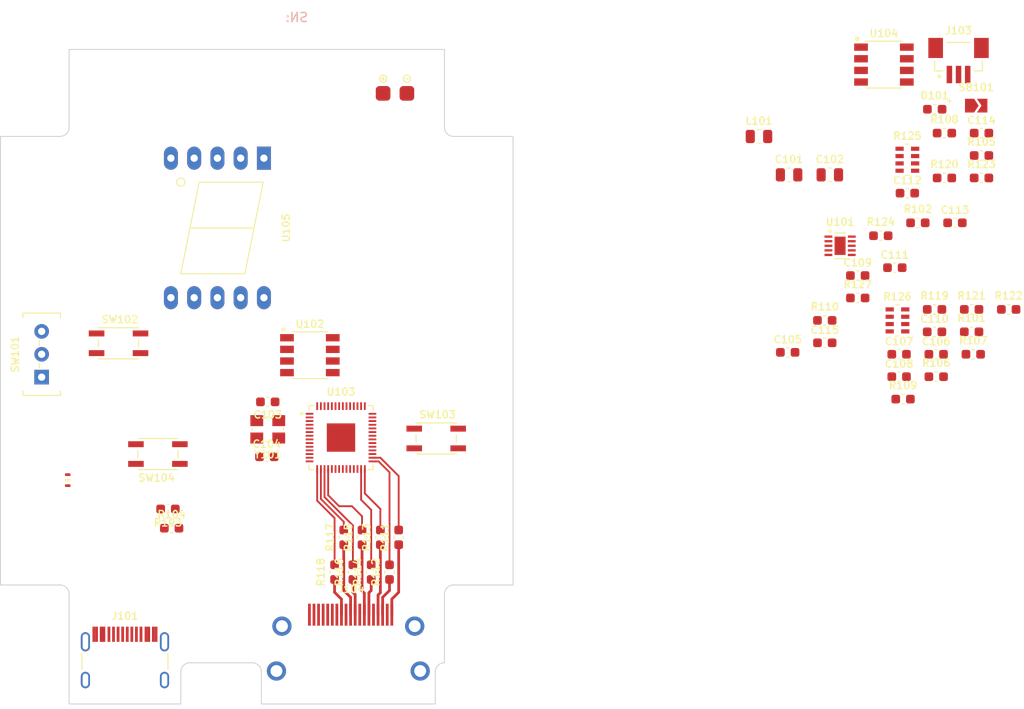
<source format=kicad_pcb>
(kicad_pcb (version 20211014) (generator pcbnew)
  (layers (0 "F.Cu" signal) (31 "B.Cu" signal) (34 "B.Paste" user) (35 "F.Paste" user) (36 "B.SilkS" user "B.Silkscreen") (37 "F.SilkS" user "F.Silkscreen") (38 "B.Mask" user) (39 "F.Mask" user) (44 "Edge.Cuts" user))
  (net 0 "")
  (net 1 "VCC")
  (net 2 "GND")
  (net 3 "+3V3")
  (net 4 "/XIN")
  (net 5 "Net-(C104-Pad1)")
  (net 6 "+1V1")
  (net 7 "/ADC_AVDD")
  (net 8 "Net-(D101-Pad2)")
  (net 9 "+5VA")
  (net 10 "Net-(J101-PadA5)")
  (net 11 "Net-(J101-PadA6)")
  (net 12 "Net-(J101-PadA7)")
  (net 14 "Net-(J101-PadB5)")
  (net 16 "+BATT")
  (net 17 "/SWCLK")
  (net 18 "/SWDIO")
  (net 19 "Net-(J104-Pad1)")
  (net 20 "Net-(J104-Pad3)")
  (net 21 "Net-(J104-Pad4)")
  (net 22 "Net-(J104-Pad6)")
  (net 23 "Net-(J104-Pad7)")
  (net 24 "Net-(J104-Pad9)")
  (net 25 "Net-(J104-Pad10)")
  (net 26 "Net-(J104-Pad12)")
  (net 29 "Net-(J104-Pad15)")
  (net 30 "Net-(J104-Pad16)")
  (net 31 "Net-(J104-Pad18)")
  (net 32 "Net-(J104-Pad19)")
  (net 33 "Net-(L101-Pad1)")
  (net 34 "Net-(L101-Pad2)")
  (net 35 "/USB_DM")
  (net 36 "/USB_DP")
  (net 37 "/XOUT")
  (net 38 "Net-(R107-Pad1)")
  (net 39 "/QSPI_SS")
  (net 40 "Net-(R108-Pad1)")
  (net 41 "/RUN")
  (net 42 "/ADC_VREF")
  (net 43 "/DVI_D2+")
  (net 44 "/DVI_D2-")
  (net 45 "/DVI_D1+")
  (net 46 "/DVI_D1-")
  (net 47 "/DVI_D0+")
  (net 48 "/DVI_D0-")
  (net 49 "/DVI_CK+")
  (net 50 "/DVI_CK-")
  (net 51 "/DVI_SDA")
  (net 52 "/DVI_SCL")
  (net 53 "/DVI_HPD")
  (net 54 "/GPIO9")
  (net 55 "/GPIO8")
  (net 56 "/GPIO7")
  (net 57 "/GPIO6")
  (net 58 "/SEG_A")
  (net 59 "/SEG_B")
  (net 60 "/SEG_DP")
  (net 61 "/SEG_C")
  (net 62 "/GPIO5")
  (net 63 "/GPIO4")
  (net 64 "/GPIO3")
  (net 65 "/GPIO2")
  (net 66 "/SEG_D")
  (net 67 "/SEG_E")
  (net 68 "/SEG_G")
  (net 69 "/SEG_F")
  (net 70 "/GPIO25")
  (net 71 "/GPIO10")
  (net 72 "/QSPI_SD1")
  (net 73 "/QSPI_SD2")
  (net 74 "/QSPI_SD0")
  (net 75 "/QSPI_SCLK")
  (net 76 "/QSPI_SD3")
  (footprint "00_custom_lib:R_1608m" (layer "F.Cu") (at 68.7 102.3)
    (fp_text reference "R104")
    (fp_text value "R_1608m")
  )
  (footprint "00_custom_lib:jumper_2pole_solder" (layer "F.Cu") (at 156.59 56.14)
    (fp_text reference "SB101")
    (fp_text value "jumper_2pole_solder")
  )
  (footprint "00_custom_lib:SKRPABE010_hand" (layer "F.Cu") (at 62.9 82.1)
    (fp_text reference "SW102")
    (fp_text value "SKRPABE010")
  )
  (footprint "00_custom_lib:5077CR-16SMC2-BK-TR_hand" (layer "F.Cu") (at 63.6 118.8875)
    (fp_text reference "J101")
    (fp_text value "5077CR-16SMC2-BK-TR")
  )
  (footprint "00_custom_lib:R_1608m" (layer "F.Cu") (at 91.5 103.3 90)
    (fp_text reference "R113")
    (fp_text value "R_1608m")
  )
  (footprint "00_custom_lib:C_1608m" (layer "F.Cu") (at 147.7 73.84)
    (fp_text reference "C111")
    (fp_text value "C_1608m")
  )
  (footprint "00_custom_lib:C_1608m" (layer "F.Cu") (at 136 83.09)
    (fp_text reference "C105")
    (fp_text value "C_1608m")
  )
  (footprint "00_custom_lib:R_1608m" (layer "F.Cu") (at 87.5 103.3 90)
    (fp_text reference "R117")
    (fp_text value "R_1608m")
  )
  (footprint "00_custom_lib:R_1608m" (layer "F.Cu") (at 152.22 85.75)
    (fp_text reference "R106")
    (fp_text value "R_1608m")
  )
  (footprint "00_custom_lib:OSL10564-IB" (layer "F.Cu") (at 78.78 61.88 -90)
    (fp_text reference "U105")
    (fp_text value "OSL10564-IB")
  )
  (footprint "00_custom_lib:R_1608m" (layer "F.Cu") (at 93.5 103.3 90)
    (fp_text reference "R111")
    (fp_text value "R_1608m")
  )
  (footprint "00_custom_lib:C_1608m" (layer "F.Cu") (at 149.07 65.7)
    (fp_text reference "C112")
    (fp_text value "C_1608m")
  )
  (footprint "00_custom_lib:R_1608m" (layer "F.Cu") (at 150.22 68.94)
    (fp_text reference "R102")
    (fp_text value "R_1608m")
  )
  (footprint "00_custom_lib:C_1608m" (layer "F.Cu") (at 148.17 83.3)
    (fp_text reference "C107")
    (fp_text value "C_1608m")
  )
  (footprint "00_custom_lib:R_1608m" (layer "F.Cu") (at 68.3 100.2 180)
    (fp_text reference "R103")
    (fp_text value "R_1608m")
  )
  (footprint "00_custom_lib:SS12D01G4" (layer "F.Cu") (at 54.5 83.3 90)
    (fp_text reference "SW101")
    (fp_text value "SS12D01G4")
  )
  (footprint "00_custom_lib:R_1608m" (layer "F.Cu") (at 157.17 61.59)
    (fp_text reference "R105")
    (fp_text value "R_1608m")
  )
  (footprint "00_custom_lib:R_1608m" (layer "F.Cu") (at 143.65 77.15)
    (fp_text reference "R127")
    (fp_text value "R_1608m")
  )
  (footprint "00_custom_lib:R_1608m" (layer "F.Cu") (at 153.12 59.14)
    (fp_text reference "R108")
    (fp_text value "R_1608m")
  )
  (footprint "00_custom_lib:PCA9306D" (layer "F.Cu") (at 146.51 51.655)
    (fp_text reference "U104")
    (fp_text value "PCA9306D")
  )
  (footprint "00_custom_lib:C_1608m" (layer "F.Cu") (at 154.27 68.94)
    (fp_text reference "C113")
    (fp_text value "C_1608m")
  )
  (footprint "00_custom_lib:R_1608m" (layer "F.Cu") (at 92.5 107.1 90)
    (fp_text reference "R112")
    (fp_text value "R_1608m")
  )
  (footprint "00_custom_lib:742C083101JP" (layer "F.Cu") (at 149.07 62.05)
    (fp_text reference "R125")
    (fp_text value "742C083101JP")
  )
  (footprint "00_custom_lib:R_1608m" (layer "F.Cu") (at 156.27 83.3)
    (fp_text reference "R107")
    (fp_text value "R_1608m")
  )
  (footprint "00_custom_lib:R_1608m" (layer "F.Cu") (at 89.5 103.3 90)
    (fp_text reference "R115")
    (fp_text value "R_1608m")
  )
  (footprint "00_custom_lib:C_1608m" (layer "F.Cu") (at 157.17 59.14)
    (fp_text reference "C114")
    (fp_text value "C_1608m")
  )
  (footprint "00_custom_lib:R_1608m" (layer "F.Cu") (at 160.14 78.4)
    (fp_text reference "R122")
    (fp_text value "R_1608m")
  )
  (footprint "00_custom_lib:BM03B-SRSS-TB(LF)(SN)_hand" (layer "F.Cu") (at 154.66 51.24)
    (fp_text reference "J103")
    (fp_text value "BM03B-SRSS-TB(LF)(SN)_pico_debug")
  )
  (footprint "00_custom_lib:C_1608m" (layer "F.Cu") (at 143.65 74.7)
    (fp_text reference "C109")
    (fp_text value "C_1608m")
  )
  (footprint "00_custom_lib:R_1608m" (layer "F.Cu") (at 140.05 79.6)
    (fp_text reference "R110")
    (fp_text value "R_1608m")
  )
  (footprint "00_custom_lib:RT6150B-33GQW" (layer "F.Cu") (at 141.72 71.45)
    (fp_text reference "U101")
    (fp_text value "RT6150B-33GQW")
  )
  (footprint "00_custom_lib:battery_wire_pad" (layer "F.Cu") (at 93.1 54.8)
    (fp_text reference "J102" hide)
    (fp_text value "battery_wire_pad")
  )
  (footprint "00_custom_lib:R_1608m" (layer "F.Cu") (at 146.17 70.35)
    (fp_text reference "R124")
    (fp_text value "R_1608m")
  )
  (footprint "00_custom_lib:SKRPABE010_hand" (layer "F.Cu") (at 97.6 92.5)
    (fp_text reference "SW103")
    (fp_text value "SKRPABE010")
  )
  (footprint "00_custom_lib:C_1608m" (layer "F.Cu") (at 79.2 88.5 180)
    (fp_text reference "C103")
    (fp_text value "C_1608m")
  )
  (footprint "00_custom_lib:R_1608m" (layer "F.Cu") (at 88.5 107.1 90)
    (fp_text reference "R116")
    (fp_text value "R_1608m")
  )
  (footprint "00_custom_lib:RP2040" (layer "F.Cu") (at 87.2 92.4)
    (fp_text reference "U103")
    (fp_text value "RP2040")
  )
  (footprint "00_custom_lib:SKRPABE010_hand" (layer "F.Cu") (at 67.2 94.2 180)
    (fp_text reference "SW104")
    (fp_text value "SKRPABE010")
  )
  (footprint "00_custom_lib:C_1608m" (layer "F.Cu") (at 152.22 83.3)
    (fp_text reference "C106")
    (fp_text value "C_1608m")
  )
  (footprint "00_custom_lib:SML-E12P8WT86" (layer "F.Cu") (at 152.06 56.535)
    (fp_text reference "D101")
    (fp_text value "SML-E12P8WT86")
  )
  (footprint "00_custom_lib:10029449-111RLF_hand" (layer "F.Cu") (at 88 111.05)
    (fp_text reference "J104")
    (fp_text value "10029449-111RLF")
  )
  (footprint "00_custom_lib:MountingHole_3.2mm_M3" (layer "F.Cu") (at 102 64 180)
    (fp_text reference "H102" hide)
    (fp_text value "MountingHole_2.2mm_M2")
  )
  (footprint "00_custom_lib:C_1608m" (layer "F.Cu") (at 79.1 94.5)
    (fp_text reference "C104")
    (fp_text value "C_1608m")
  )
  (footprint "00_custom_lib:R_1608m" (layer "F.Cu") (at 156.09 80.85)
    (fp_text reference "R101")
    (fp_text value "R_1608m")
  )
  (footprint "00_custom_lib:R_1608m" (layer "F.Cu") (at 90.5 107.1 90)
    (fp_text reference "R114")
    (fp_text value "R_1608m")
  )
  (footprint "00_custom_lib:MountingHole_3.2mm_M3" (layer "F.Cu") (at 54 104 180)
    (fp_text reference "H104" hide)
    (fp_text value "MountingHole_2.2mm_M2")
  )
  (footprint "00_custom_lib:C_1608m" (layer "F.Cu") (at 152.04 80.85)
    (fp_text reference "C110")
    (fp_text value "C_1608m")
  )
  (footprint "00_custom_lib:C_1608m" (layer "F.Cu") (at 140.05 82.05)
    (fp_text reference "C115")
    (fp_text value "C_1608m")
  )
  (footprint "00_custom_lib:R_1608m" (layer "F.Cu") (at 86.5 107.1 90)
    (fp_text reference "R118")
    (fp_text value "R_1608m")
  )
  (footprint "00_custom_lib:chofutech_logo_6.6mm" (layer "F.Cu") (at 54.8 95.1 180)
    (fp_text reference "U106" hide)
    (fp_text value "chofutech_logo" hide)
  )
  (footprint "00_custom_lib:R_1608m" (layer "F.Cu") (at 153.12 64.04)
    (fp_text reference "R120")
    (fp_text value "R_1608m")
  )
  (footprint "00_custom_lib:R_1608m" (layer "F.Cu") (at 157.17 64.04)
    (fp_text reference "R123")
    (fp_text value "R_1608m")
  )
  (footprint "00_custom_lib:R_1608m" (layer "F.Cu") (at 152.04 78.4)
    (fp_text reference "R119")
    (fp_text value "R_1608m")
  )
  (footprint "00_custom_lib:FA-238V" (layer "F.Cu") (at 79.2 91.5 180)
    (fp_text reference "Y101")
    (fp_text value "FA-238V")
  )
  (footprint "00_custom_lib:DFE201210S-2R2M" (layer "F.Cu") (at 132.86 59.51)
    (fp_text reference "L101")
    (fp_text value "DFE201210S-2R2M")
  )
  (footprint "00_custom_lib:W25Q16JVSNIQ" (layer "F.Cu") (at 83.8 83.4)
    (fp_text reference "U102")
    (fp_text value "W25Q16JVSNIQ")
  )
  (footprint "00_custom_lib:MountingHole_3.2mm_M3" (layer "F.Cu") (at 102 104 180)
    (fp_text reference "H101" hide)
    (fp_text value "MountingHole_2.2mm_M2")
  )
  (footprint "00_custom_lib:C_2012m" (layer "F.Cu") (at 136.15 63.7)
    (fp_text reference "C101")
    (fp_text value "C_2012m")
  )
  (footprint "00_custom_lib:742C083101JP" (layer "F.Cu") (at 147.99 79.6)
    (fp_text reference "R126")
    (fp_text value "742C083101JP")
  )
  (footprint "00_custom_lib:R_1608m" (layer "F.Cu") (at 148.6 88.2)
    (fp_text reference "R109")
    (fp_text value "R_1608m")
  )
  (footprint "00_custom_lib:R_1608m" (layer "F.Cu") (at 156.09 78.4)
    (fp_text reference "R121")
    (fp_text value "R_1608m")
  )
  (footprint "00_custom_lib:C_2012m" (layer "F.Cu") (at 140.6 63.7)
    (fp_text reference "C102")
    (fp_text value "C_2012m")
  )
  (footprint "00_custom_lib:MountingHole_3.2mm_M3" (layer "F.Cu") (at 54 64 180)
    (fp_text reference "H103" hide)
    (fp_text value "MountingHole_2.2mm_M2")
  )
  (footprint "00_custom_lib:C_1608m" (layer "F.Cu") (at 148.17 85.75)
    (fp_text reference "C108")
    (fp_text value "C_1608m")
  )
  (gr_arc (start 77.5 117) (mid 78.207107 117.292893) (end 78.5 118) (layer "Edge.Cuts") (width 0.1))
  (gr_line (start 98.5 109.5) (end 98.5 117) (layer "Edge.Cuts") (width 0.1))
  (gr_arc (start 98.5 109.5) (mid 98.792893 108.792893) (end 99.5 108.5) (layer "Edge.Cuts") (width 0.1))
  (gr_arc (start 97.5 118) (mid 97.792893 117.292893) (end 98.5 117) (layer "Edge.Cuts") (width 0.1))
  (gr_line (start 106 59.5) (end 99.5 59.5) (layer "Edge.Cuts") (width 0.1))
  (gr_arc (start 56.5 108.5) (mid 57.207107 108.792893) (end 57.5 109.5) (layer "Edge.Cuts") (width 0.1))
  (gr_line (start 50 59.5) (end 50 108.5) (layer "Edge.Cuts") (width 0.1))
  (gr_line (start 69.7 121.5) (end 57.5 121.5) (layer "Edge.Cuts") (width 0.1))
  (gr_line (start 70.7 117) (end 77.5 117) (layer "Edge.Cuts") (width 0.1))
  (gr_line (start 50 108.5) (end 56.5 108.5) (layer "Edge.Cuts") (width 0.1))
  (gr_line (start 57.5 109.5) (end 57.5 121.5) (layer "Edge.Cuts") (width 0.1))
  (gr_line (start 78.5 121.5) (end 97.5 121.5) (layer "Edge.Cuts") (width 0.1))
  (gr_line (start 57.5 58.5) (end 57.5 50) (layer "Edge.Cuts") (width 0.1))
  (gr_line (start 98.5 50) (end 57.5 50) (layer "Edge.Cuts") (width 0.1))
  (gr_line (start 106 108.5) (end 106 59.5) (layer "Edge.Cuts") (width 0.1))
  (gr_line (start 78.5 118) (end 78.5 121.5) (layer "Edge.Cuts") (width 0.1))
  (gr_arc (start 99.5 59.5) (mid 98.792893 59.207107) (end 98.5 58.5) (layer "Edge.Cuts") (width 0.1))
  (gr_arc (start 69.7 118) (mid 69.992893 117.292893) (end 70.7 117) (layer "Edge.Cuts") (width 0.1))
  (gr_line (start 56.5 59.5) (end 50 59.5) (layer "Edge.Cuts") (width 0.1))
  (gr_line (start 98.5 58.5) (end 98.5 50) (layer "Edge.Cuts") (width 0.1))
  (gr_arc (start 57.5 58.5) (mid 57.207107 59.207107) (end 56.5 59.5) (layer "Edge.Cuts") (width 0.1))
  (gr_line (start 69.7 118) (end 69.7 121.5) (layer "Edge.Cuts") (width 0.1))
  (gr_line (start 97.5 118) (end 97.5 121.5) (layer "Edge.Cuts") (width 0.1))
  (gr_line (start 99.5 108.5) (end 106 108.5) (layer "Edge.Cuts") (width 0.1))
  (gr_text "SN:" (at 83.7 46.5) (layer "B.SilkS") (effects (font (size 1 1)) (justify left mirror)))
  (segment (start 92.75 110.05) (end 93.5 109.3) (width 0.3) (layer "F.Cu") (net 19))
  (segment (start 92.75 111.75) (end 92.75 110.05) (width 0.3) (layer "F.Cu") (net 19))
  (segment (start 93.5 109.3) (end 93.5 104.1) (width 0.3) (layer "F.Cu") (net 19))
  (segment (start 92.5 109.1) (end 91.75 109.85) (width 0.3) (layer "F.Cu") (net 20))
  (segment (start 91.75 109.85) (end 91.75 111.75) (width 0.3) (layer "F.Cu") (net 20))
  (segment (start 92.5 107.9) (end 92.5 109.1) (width 0.3) (layer "F.Cu") (net 20))
  (segment (start 91.5 109.35) (end 91.5 104.1) (width 0.3) (layer "F.Cu") (net 21))
  (segment (start 91.25 111.75) (end 91.25 109.6) (width 0.3) (layer "F.Cu") (net 21))
  (segment (start 91.25 109.6) (end 91.5 109.35) (width 0.3) (layer "F.Cu") (net 21))
  (segment (start 90.25 109.35) (end 90.25 111.75) (width 0.3) (layer "F.Cu") (net 22))
  (segment (start 90.5 107.9) (end 90.5 109.1) (width 0.3) (layer "F.Cu") (net 22))
  (segment (start 90.5 109.1) (end 90.25 109.35) (width 0.3) (layer "F.Cu") (net 22))
  (segment (start 89.5 104.1) (end 89.5 109.15) (width 0.3) (layer "F.Cu") (net 23))
  (segment (start 89.5 109.15) (end 89.75 109.4) (width 0.3) (layer "F.Cu") (net 23))
  (segment (start 89.75 109.4) (end 89.75 111.75) (width 0.3) (layer "F.Cu") (net 23))
  (segment (start 88.5 109.3) (end 88.75 109.55) (width 0.3) (layer "F.Cu") (net 24))
  (segment (start 88.5 107.9) (end 88.5 109.3) (width 0.3) (layer "F.Cu") (net 24))
  (segment (start 88.75 109.55) (end 88.75 111.75) (width 0.3) (layer "F.Cu") (net 24))
  (segment (start 88.25 109.85) (end 88.25 111.75) (width 0.3) (layer "F.Cu") (net 25))
  (segment (start 87.5 109.1) (end 88.25 109.85) (width 0.3) (layer "F.Cu") (net 25))
  (segment (start 87.5 104.1) (end 87.5 109.1) (width 0.3) (layer "F.Cu") (net 25))
  (segment (start 86.5 109.3) (end 87.25 110.05) (width 0.3) (layer "F.Cu") (net 26))
  (segment (start 86.5 107.9) (end 86.5 109.3) (width 0.3) (layer "F.Cu") (net 26))
  (segment (start 87.25 110.05) (end 87.25 111.75) (width 0.3) (layer "F.Cu") (net 26))
  (segment (start 93.5 96.6) (end 93.5 102.5) (width 0.2) (layer "F.Cu") (net 43))
  (segment (start 90.635 94.6) (end 91.5 94.6) (width 0.2) (layer "F.Cu") (net 43))
  (segment (start 91.5 94.6) (end 93.5 96.6) (width 0.2) (layer "F.Cu") (net 43))
  (segment (start 90.635 95) (end 91.3 95) (width 0.2) (layer "F.Cu") (net 44))
  (segment (start 92.5 96.2) (end 92.5 106.3) (width 0.2) (layer "F.Cu") (net 44))
  (segment (start 91.3 95) (end 92.5 96.2) (width 0.2) (layer "F.Cu") (net 44))
  (segment (start 89.8 98.5) (end 91.5 100.2) (width 0.2) (layer "F.Cu") (net 45))
  (segment (start 89.8 95.835) (end 89.8 98.5) (width 0.2) (layer "F.Cu") (net 45))
  (segment (start 91.5 100.2) (end 91.5 102.5) (width 0.2) (layer "F.Cu") (net 45))
  (segment (start 90.5 100.3) (end 90.5 106.3) (width 0.2) (layer "F.Cu") (net 46))
  (segment (start 89.4 99.2) (end 90.5 100.3) (width 0.2) (layer "F.Cu") (net 46))
  (segment (start 89.4 95.835) (end 89.4 99.2) (width 0.2) (layer "F.Cu") (net 46))
  (segment (start 85.8 98.7) (end 87 99.9) (width 0.2) (layer "F.Cu") (net 47))
  (segment (start 87 99.9) (end 88.4 99.9) (width 0.2) (layer "F.Cu") (net 47))
  (segment (start 89.5 101) (end 89.5 102.5) (width 0.2) (layer "F.Cu") (net 47))
  (segment (start 85.8 95.835) (end 85.8 98.7) (width 0.2) (layer "F.Cu") (net 47))
  (segment (start 88.4 99.9) (end 89.5 101) (width 0.2) (layer "F.Cu") (net 47))
  (segment (start 85.4 98.9) (end 88.5 102) (width 0.2) (layer "F.Cu") (net 48))
  (segment (start 88.5 102) (end 88.5 106.3) (width 0.2) (layer "F.Cu") (net 48))
  (segment (start 85.4 95.835) (end 85.4 98.9) (width 0.2) (layer "F.Cu") (net 48))
  (segment (start 87.5 101.6) (end 85 99.1) (width 0.2) (layer "F.Cu") (net 49))
  (segment (start 85 99.1) (end 85 95.835) (width 0.2) (layer "F.Cu") (net 49))
  (segment (start 87.5 102.5) (end 87.5 101.6) (width 0.2) (layer "F.Cu") (net 49))
  (segment (start 84.6 95.835) (end 84.6 99.3) (width 0.2) (layer "F.Cu") (net 50))
  (segment (start 84.6 99.3) (end 86.5 101.2) (width 0.2) (layer "F.Cu") (net 50))
  (segment (start 86.5 101.2) (end 86.5 106.3) (width 0.2) (layer "F.Cu") (net 50))
)
</source>
